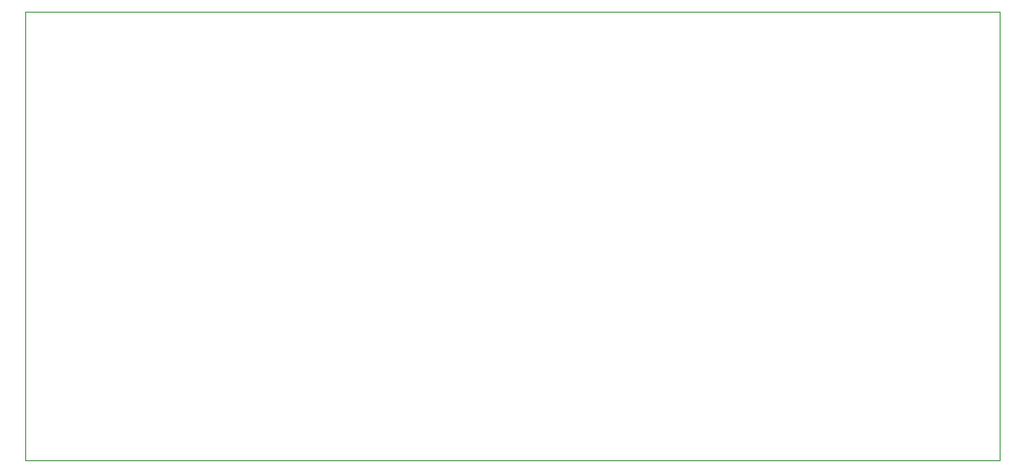
<source format=gbr>
%TF.GenerationSoftware,KiCad,Pcbnew,(6.0.1)*%
%TF.CreationDate,2023-04-04T11:04:12-04:00*%
%TF.ProjectId,NMR_control_board_V0.3.2,4e4d525f-636f-46e7-9472-6f6c5f626f61,rev?*%
%TF.SameCoordinates,Original*%
%TF.FileFunction,Profile,NP*%
%FSLAX46Y46*%
G04 Gerber Fmt 4.6, Leading zero omitted, Abs format (unit mm)*
G04 Created by KiCad (PCBNEW (6.0.1)) date 2023-04-04 11:04:12*
%MOMM*%
%LPD*%
G01*
G04 APERTURE LIST*
%TA.AperFunction,Profile*%
%ADD10C,0.100000*%
%TD*%
G04 APERTURE END LIST*
D10*
X185420000Y-98298000D02*
X93980000Y-98298000D01*
X185420000Y-56134000D02*
X185420000Y-98298000D01*
X93980000Y-56134000D02*
X185420000Y-56134000D01*
X93980000Y-72136000D02*
X93980000Y-56134000D01*
X93980000Y-98298000D02*
X93980000Y-72136000D01*
M02*

</source>
